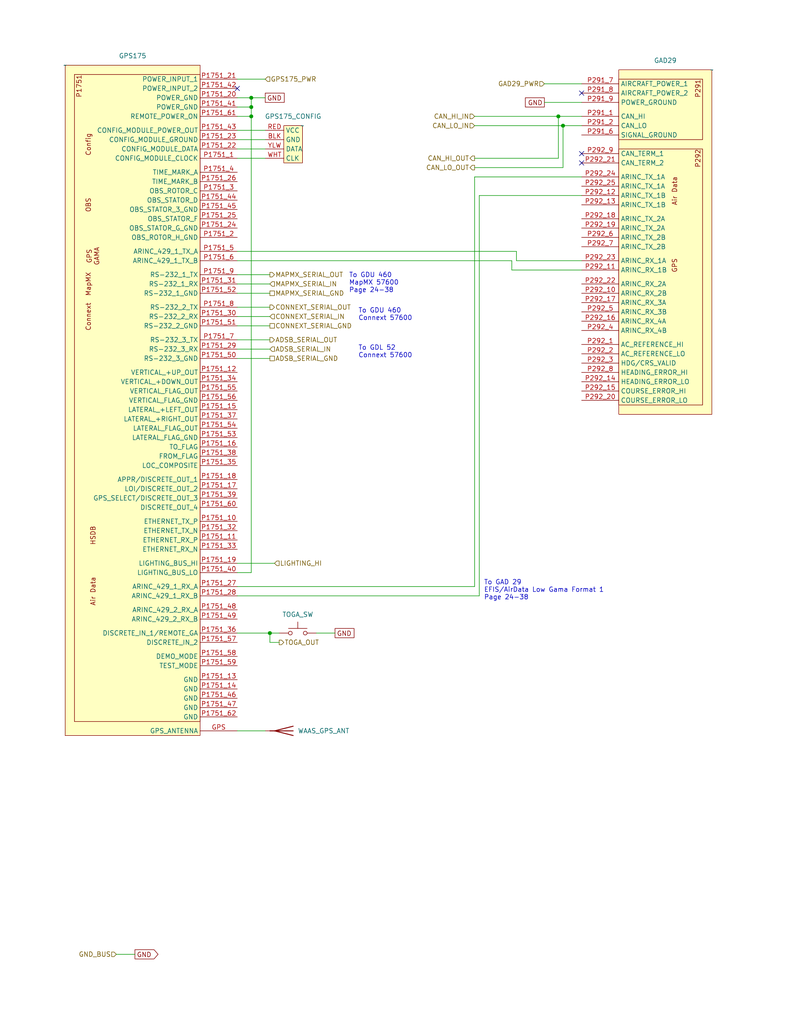
<source format=kicad_sch>
(kicad_sch (version 20230121) (generator eeschema)
  (paper "A" portrait)
  (title_block (date "2024-05-07") (rev "1.0") (company "N877RV"))
  (lib_symbols
    (symbol "Device:Antenna" (pin_numbers hide) (pin_names (offset 1.016) hide)
      (property "Reference" "AE" (at -1.905 1.905 0))
      (property "Value" "Antenna" (at -1.905 0 0))
      (symbol "Antenna_0_1"
        (polyline (pts (xy 0 2.54) (xy 0 -3.81)) (stroke (width 0.254)))
        (polyline (pts (xy 1.27 2.54) (xy 0 -2.54) (xy -1.27 2.54)) (stroke (width 0.254)))
      )
      (symbol "Antenna_1_1"
        (pin input line (at 0 -5.08 90) (length 2.54) (name "A") (number "1"))
      )
    )
    (symbol "Switch:SW_Push" (pin_numbers hide) (pin_names (offset 1.016) hide)
      (property "Reference" "SW" (at 1.27 2.54 0))
      (property "Value" "SW_Push" (at 0 -1.524 0))
      (symbol "SW_Push_0_1"
        (circle (center -2.032 0) (radius 0.508))
        (polyline (pts (xy 0 1.27) (xy 0 3.048)))
        (polyline (pts (xy 2.54 1.27) (xy -2.54 1.27)))
        (circle (center 2.032 0) (radius 0.508))
        (pin passive line (at -5.08 0 0) (length 2.54) (name "1") (number "1"))
        (pin passive line (at 5.08 0 180) (length 2.54) (name "2") (number "2"))
      )
    )
    (symbol "flyerx:Garmin_Config"
      (property "Reference" "CONFIG" (at 3.81 1.27 0))
      (symbol "Garmin_Config_1_1"
        (rectangle (start 0 0) (end 5.08 -10.16) (fill (type background)))
        (pin passive line (at 10.16 -3.81 180) (length 5.08) (name "GND") (number "BLK"))
        (pin power_in line (at 10.16 -1.27 180) (length 5.08) (name "VCC") (number "RED"))
        (pin input line (at 10.16 -8.89 180) (length 5.08) (name "CLK") (number "WHT"))
        (pin bidirectional line (at 10.16 -6.35 180) (length 5.08) (name "DATA") (number "YLW"))
      )
    )
    (symbol "flyerx:Garmin_GAD29"
      (property "Reference" "GAD" (at 3.81 1.27 0))
      (symbol "Garmin_GAD29_1_1"
        (rectangle (start 0 0) (end 25.4 -93.98) (fill (type background)))
        (rectangle (start 2.54 -21.59) (end 25.4 -91.44) (fill (type background)))
        (rectangle (start 2.54 -2.54) (end 25.4 -19.05) (fill (type background)))
        (text "Air Data" (at 10.16 -33.02 900) (effects (font (size 1.27 1.27))))
        (text "GPS" (at 10.16 -53.34 900) (effects (font (size 1.27 1.27))))
        (text "P291" (at 3.81 -2.54 900) (effects (font (size 1.27 1.27)) (justify right)))
        (text "P292" (at 3.81 -21.59 900) (effects (font (size 1.27 1.27)) (justify right)))
        (pin bidirectional line (at 35.56 -12.7 180) (length 10.16) (name "CAN_HI") (number "P291_1"))
        (pin bidirectional line (at 35.56 -15.24 180) (length 10.16) (name "CAN_LO") (number "P291_2"))
        (pin passive line (at 35.56 -17.78 180) (length 10.16) (name "SIGNAL_GROUND") (number "P291_6"))
        (pin power_in line (at 35.56 -3.81 180) (length 10.16) (name "AIRCRAFT_POWER_1") (number "P291_7"))
        (pin power_in line (at 35.56 -6.35 180) (length 10.16) (name "AIRCRAFT_POWER_2") (number "P291_8"))
        (pin passive line (at 35.56 -8.89 180) (length 10.16) (name "POWER_GROUND") (number "P291_9"))
        (pin input line (at 35.56 -74.93 180) (length 10.16) (name "AC_REFERENCE_HI") (number "P292_1"))
        (pin input line (at 35.56 -60.96 180) (length 10.16) (name "ARINC_RX_2B") (number "P292_10"))
        (pin input line (at 35.56 -54.61 180) (length 10.16) (name "ARINC_RX_1B") (number "P292_11"))
        (pin output line (at 35.56 -34.29 180) (length 10.16) (name "ARINC_TX_1B") (number "P292_12"))
        (pin output line (at 35.56 -36.83 180) (length 10.16) (name "ARINC_TX_1B") (number "P292_13"))
        (pin passive line (at 35.56 -85.09 180) (length 10.16) (name "HEADING_ERROR_LO") (number "P292_14"))
        (pin output line (at 35.56 -87.63 180) (length 10.16) (name "COURSE_ERROR_HI") (number "P292_15"))
        (pin input line (at 35.56 -68.58 180) (length 10.16) (name "ARINC_RX_4A") (number "P292_16"))
        (pin input line (at 35.56 -63.5 180) (length 10.16) (name "ARINC_RX_3A") (number "P292_17"))
        (pin output line (at 35.56 -40.64 180) (length 10.16) (name "ARINC_TX_2A") (number "P292_18"))
        (pin output line (at 35.56 -43.18 180) (length 10.16) (name "ARINC_TX_2A") (number "P292_19"))
        (pin passive line (at 35.56 -77.47 180) (length 10.16) (name "AC_REFERENCE_LO") (number "P292_2"))
        (pin passive line (at 35.56 -90.17 180) (length 10.16) (name "COURSE_ERROR_LO") (number "P292_20"))
        (pin bidirectional line (at 35.56 -25.4 180) (length 10.16) (name "CAN_TERM_2") (number "P292_21"))
        (pin input line (at 35.56 -58.42 180) (length 10.16) (name "ARINC_RX_2A") (number "P292_22"))
        (pin input line (at 35.56 -52.07 180) (length 10.16) (name "ARINC_RX_1A") (number "P292_23"))
        (pin output line (at 35.56 -29.21 180) (length 10.16) (name "ARINC_TX_1A") (number "P292_24"))
        (pin output line (at 35.56 -31.75 180) (length 10.16) (name "ARINC_TX_1A") (number "P292_25"))
        (pin output line (at 35.56 -80.01 180) (length 10.16) (name "HDG/CRS_VALID") (number "P292_3"))
        (pin input line (at 35.56 -71.12 180) (length 10.16) (name "ARINC_RX_4B") (number "P292_4"))
        (pin input line (at 35.56 -66.04 180) (length 10.16) (name "ARINC_RX_3B") (number "P292_5"))
        (pin output line (at 35.56 -45.72 180) (length 10.16) (name "ARINC_TX_2B") (number "P292_6"))
        (pin output line (at 35.56 -48.26 180) (length 10.16) (name "ARINC_TX_2B") (number "P292_7"))
        (pin output line (at 35.56 -82.55 180) (length 10.16) (name "HEADING_ERROR_HI") (number "P292_8"))
        (pin bidirectional line (at 35.56 -22.86 180) (length 10.16) (name "CAN_TERM_1") (number "P292_9"))
      )
    )
    (symbol "flyerx:Garmin_GPS175"
      (property "Reference" "GPS" (at 3.81 1.27 0))
      (symbol "Garmin_GPS175_1_1"
        (rectangle (start 0 0) (end 36.83 -182.88) (fill (type background)))
        (rectangle (start 2.54 -2.54) (end 36.83 -179.07) (fill (type background)))
        (text "Air Data" (at 7.62 -143.51 900) (effects (font (size 1.27 1.27))))
        (text "Config" (at 6.35 -21.59 900) (effects (font (size 1.27 1.27))))
        (text "Connext" (at 6.35 -68.58 900) (effects (font (size 1.27 1.27))))
        (text "GPS\nGAMA" (at 7.62 -52.07 900) (effects (font (size 1.27 1.27))))
        (text "HSDB" (at 7.62 -128.27 900) (effects (font (size 1.27 1.27))))
        (text "MapMX" (at 6.35 -59.69 900) (effects (font (size 1.27 1.27))))
        (text "OBS" (at 6.35 -38.1 900) (effects (font (size 1.27 1.27))))
        (text "P1751" (at 3.81 -2.54 900) (effects (font (size 1.27 1.27)) (justify right)))
        (pin input line (at 46.99 -181.61 180) (length 10.16) (name "GPS_ANTENNA") (number "GPS"))
        (pin output line (at 46.99 -25.4 180) (length 10.16) (name "CONFIG_MODULE_CLOCK") (number "P1751_1"))
        (pin output line (at 46.99 -124.46 180) (length 10.16) (name "ETHERNET_TX_P") (number "P1751_10"))
        (pin input line (at 46.99 -129.54 180) (length 10.16) (name "ETHERNET_RX_P") (number "P1751_11"))
        (pin output line (at 46.99 -83.82 180) (length 10.16) (name "VERTICAL_+UP_OUT") (number "P1751_12"))
        (pin passive line (at 46.99 -167.64 180) (length 10.16) (name "GND") (number "P1751_13"))
        (pin passive line (at 46.99 -170.18 180) (length 10.16) (name "GND") (number "P1751_14"))
        (pin output line (at 46.99 -93.98 180) (length 10.16) (name "LATERAL_+LEFT_OUT") (number "P1751_15"))
        (pin output line (at 46.99 -104.14 180) (length 10.16) (name "TO_FLAG") (number "P1751_16"))
        (pin output line (at 46.99 -115.57 180) (length 10.16) (name "LOI/DISCRETE_OUT_2") (number "P1751_17"))
        (pin output line (at 46.99 -113.03 180) (length 10.16) (name "APPR/DISCRETE_OUT_1") (number "P1751_18"))
        (pin input line (at 46.99 -135.89 180) (length 10.16) (name "LIGHTING_BUS_HI") (number "P1751_19"))
        (pin passive line (at 46.99 -46.99 180) (length 10.16) (name "OBS_ROTOR_H_GND") (number "P1751_2"))
        (pin passive line (at 46.99 -8.89 180) (length 10.16) (name "POWER_GND") (number "P1751_20"))
        (pin power_in line (at 46.99 -3.81 180) (length 10.16) (name "POWER_INPUT_1") (number "P1751_21"))
        (pin bidirectional line (at 46.99 -22.86 180) (length 10.16) (name "CONFIG_MODULE_DATA") (number "P1751_22"))
        (pin passive line (at 46.99 -20.32 180) (length 10.16) (name "CONFIG_MODULE_GROUND") (number "P1751_23"))
        (pin passive line (at 46.99 -44.45 180) (length 10.16) (name "OBS_STATOR_G_GND") (number "P1751_24"))
        (pin bidirectional line (at 46.99 -41.91 180) (length 10.16) (name "OBS_STATOR_F") (number "P1751_25"))
        (pin bidirectional line (at 46.99 -31.75 180) (length 10.16) (name "TIME_MARK_B") (number "P1751_26"))
        (pin input line (at 46.99 -142.24 180) (length 10.16) (name "ARINC_429_1_RX_A") (number "P1751_27"))
        (pin input line (at 46.99 -144.78 180) (length 10.16) (name "ARINC_429_1_RX_B") (number "P1751_28"))
        (pin input line (at 46.99 -77.47 180) (length 10.16) (name "RS-232_3_RX") (number "P1751_29"))
        (pin bidirectional line (at 46.99 -34.29 180) (length 10.16) (name "OBS_ROTOR_C") (number "P1751_3"))
        (pin input line (at 46.99 -68.58 180) (length 10.16) (name "RS-232_2_RX") (number "P1751_30"))
        (pin input line (at 46.99 -59.69 180) (length 10.16) (name "RS-232_1_RX") (number "P1751_31"))
        (pin output line (at 46.99 -127 180) (length 10.16) (name "ETHERNET_TX_N") (number "P1751_32"))
        (pin input line (at 46.99 -132.08 180) (length 10.16) (name "ETHERNET_RX_N") (number "P1751_33"))
        (pin output line (at 46.99 -86.36 180) (length 10.16) (name "VERTICAL_+DOWN_OUT") (number "P1751_34"))
        (pin output line (at 46.99 -109.22 180) (length 10.16) (name "LOC_COMPOSITE") (number "P1751_35"))
        (pin input line (at 46.99 -154.94 180) (length 10.16) (name "DISCRETE_IN_1/REMOTE_GA") (number "P1751_36"))
        (pin output line (at 46.99 -96.52 180) (length 10.16) (name "LATERAL_+RIGHT_OUT") (number "P1751_37"))
        (pin output line (at 46.99 -106.68 180) (length 10.16) (name "FROM_FLAG") (number "P1751_38"))
        (pin output line (at 46.99 -118.11 180) (length 10.16) (name "GPS_SELECT/DISCRETE_OUT_3") (number "P1751_39"))
        (pin bidirectional line (at 46.99 -29.21 180) (length 10.16) (name "TIME_MARK_A") (number "P1751_4"))
        (pin bidirectional line (at 46.99 -138.43 180) (length 10.16) (name "LIGHTING_BUS_LO") (number "P1751_40"))
        (pin passive line (at 46.99 -11.43 180) (length 10.16) (name "POWER_GND") (number "P1751_41"))
        (pin power_in line (at 46.99 -6.35 180) (length 10.16) (name "POWER_INPUT_2") (number "P1751_42"))
        (pin power_out line (at 46.99 -17.78 180) (length 10.16) (name "CONFIG_MODULE_POWER_OUT") (number "P1751_43"))
        (pin bidirectional line (at 46.99 -36.83 180) (length 10.16) (name "OBS_STATOR_D") (number "P1751_44"))
        (pin passive line (at 46.99 -39.37 180) (length 10.16) (name "OBS_STATOR_3_GND") (number "P1751_45"))
        (pin passive line (at 46.99 -172.72 180) (length 10.16) (name "GND") (number "P1751_46"))
        (pin passive line (at 46.99 -175.26 180) (length 10.16) (name "GND") (number "P1751_47"))
        (pin input line (at 46.99 -148.59 180) (length 10.16) (name "ARINC_429_2_RX_A") (number "P1751_48"))
        (pin input line (at 46.99 -151.13 180) (length 10.16) (name "ARINC_429_2_RX_B") (number "P1751_49"))
        (pin output line (at 46.99 -50.8 180) (length 10.16) (name "ARINC_429_1_TX_A") (number "P1751_5"))
        (pin passive line (at 46.99 -80.01 180) (length 10.16) (name "RS-232_3_GND") (number "P1751_50"))
        (pin passive line (at 46.99 -71.12 180) (length 10.16) (name "RS-232_2_GND") (number "P1751_51"))
        (pin passive line (at 46.99 -62.23 180) (length 10.16) (name "RS-232_1_GND") (number "P1751_52"))
        (pin passive line (at 46.99 -101.6 180) (length 10.16) (name "LATERAL_FLAG_GND") (number "P1751_53"))
        (pin output line (at 46.99 -99.06 180) (length 10.16) (name "LATERAL_FLAG_OUT") (number "P1751_54"))
        (pin output line (at 46.99 -88.9 180) (length 10.16) (name "VERTICAL_FLAG_OUT") (number "P1751_55"))
        (pin passive line (at 46.99 -91.44 180) (length 10.16) (name "VERTICAL_FLAG_GND") (number "P1751_56"))
        (pin input line (at 46.99 -157.48 180) (length 10.16) (name "DISCRETE_IN_2") (number "P1751_57"))
        (pin input line (at 46.99 -161.29 180) (length 10.16) (name "DEMO_MODE") (number "P1751_58"))
        (pin input line (at 46.99 -163.83 180) (length 10.16) (name "TEST_MODE") (number "P1751_59"))
        (pin output line (at 46.99 -53.34 180) (length 10.16) (name "ARINC_429_1_TX_B") (number "P1751_6"))
        (pin output line (at 46.99 -120.65 180) (length 10.16) (name "DISCRETE_OUT_4") (number "P1751_60"))
        (pin input line (at 46.99 -13.97 180) (length 10.16) (name "REMOTE_POWER_ON") (number "P1751_61"))
        (pin passive line (at 46.99 -177.8 180) (length 10.16) (name "GND") (number "P1751_62"))
        (pin output line (at 46.99 -74.93 180) (length 10.16) (name "RS-232_3_TX") (number "P1751_7"))
        (pin output line (at 46.99 -66.04 180) (length 10.16) (name "RS-232_2_TX") (number "P1751_8"))
        (pin output line (at 46.99 -57.15 180) (length 10.16) (name "RS-232_1_TX") (number "P1751_9"))
      )
    )
  )
  (junction (at 68.58 31.75))
  (junction (at 152.4 31.75))
  (junction (at 153.67 34.29))
  (junction (at 73.66 172.72))
  (junction (at 68.58 26.67))
  (junction (at 68.58 29.21))
  (no_connect (at 158.75 25.4))
  (no_connect (at 64.77 24.13))
  (no_connect (at 158.75 44.45))
  (no_connect (at 158.75 41.91))
  (wire (pts (xy 139.7 71.12) (xy 139.7 73.66)))
  (wire (pts (xy 64.77 40.64) (xy 72.39 40.64)))
  (wire (pts (xy 139.7 73.66) (xy 158.75 73.66)))
  (wire (pts (xy 64.77 172.72) (xy 73.66 172.72)))
  (wire (pts (xy 64.77 156.21) (xy 68.58 156.21)))
  (wire (pts (xy 64.77 97.79) (xy 73.66 97.79)))
  (wire (pts (xy 68.58 26.67) (xy 72.39 26.67)))
  (wire (pts (xy 64.77 83.82) (xy 73.66 83.82)))
  (wire (pts (xy 64.77 153.67) (xy 74.93 153.67)))
  (wire (pts (xy 130.81 53.34) (xy 158.75 53.34)))
  (wire (pts (xy 73.66 172.72) (xy 76.2 172.72)))
  (wire (pts (xy 130.81 162.56) (xy 130.81 53.34)))
  (wire (pts (xy 129.54 43.18) (xy 152.4 43.18)))
  (wire (pts (xy 31.75 260.35) (xy 36.83 260.35)))
  (wire (pts (xy 129.54 160.02) (xy 129.54 48.26)))
  (wire (pts (xy 64.77 77.47) (xy 73.66 77.47)))
  (wire (pts (xy 64.77 71.12) (xy 139.7 71.12)))
  (wire (pts (xy 68.58 156.21) (xy 68.58 31.75)))
  (wire (pts (xy 64.77 68.58) (xy 140.97 68.58)))
  (wire (pts (xy 64.77 95.25) (xy 73.66 95.25)))
  (wire (pts (xy 153.67 34.29) (xy 158.75 34.29)))
  (wire (pts (xy 64.77 162.56) (xy 130.81 162.56)))
  (wire (pts (xy 140.97 71.12) (xy 158.75 71.12)))
  (wire (pts (xy 64.77 35.56) (xy 72.39 35.56)))
  (wire (pts (xy 129.54 31.75) (xy 152.4 31.75)))
  (wire (pts (xy 64.77 86.36) (xy 73.66 86.36)))
  (wire (pts (xy 129.54 45.72) (xy 153.67 45.72)))
  (wire (pts (xy 64.77 21.59) (xy 72.39 21.59)))
  (wire (pts (xy 152.4 31.75) (xy 158.75 31.75)))
  (wire (pts (xy 64.77 80.01) (xy 73.66 80.01)))
  (wire (pts (xy 68.58 29.21) (xy 68.58 26.67)))
  (wire (pts (xy 152.4 43.18) (xy 152.4 31.75)))
  (wire (pts (xy 73.66 175.26) (xy 73.66 172.72)))
  (wire (pts (xy 64.77 74.93) (xy 73.66 74.93)))
  (wire (pts (xy 86.36 172.72) (xy 91.44 172.72)))
  (wire (pts (xy 140.97 68.58) (xy 140.97 71.12)))
  (wire (pts (xy 64.77 160.02) (xy 129.54 160.02)))
  (wire (pts (xy 64.77 92.71) (xy 73.66 92.71)))
  (wire (pts (xy 129.54 34.29) (xy 153.67 34.29)))
  (wire (pts (xy 153.67 45.72) (xy 153.67 34.29)))
  (wire (pts (xy 64.77 43.18) (xy 72.39 43.18)))
  (wire (pts (xy 64.77 31.75) (xy 68.58 31.75)))
  (wire (pts (xy 64.77 38.1) (xy 72.39 38.1)))
  (wire (pts (xy 129.54 48.26) (xy 158.75 48.26)))
  (wire (pts (xy 76.2 175.26) (xy 73.66 175.26)))
  (wire (pts (xy 64.77 29.21) (xy 68.58 29.21)))
  (wire (pts (xy 148.59 27.94) (xy 158.75 27.94)))
  (wire (pts (xy 64.77 88.9) (xy 73.66 88.9)))
  (wire (pts (xy 148.59 22.86) (xy 158.75 22.86)))
  (wire (pts (xy 64.77 26.67) (xy 68.58 26.67)))
  (wire (pts (xy 64.77 199.39) (xy 72.39 199.39)))
  (wire (pts (xy 68.58 31.75) (xy 68.58 29.21)))
  (text "To GDU 460\nMapMX 57600\nPage 24-38" (at 95.25 80.01 0) (effects (font (size 1.27 1.27)) (justify left bottom)))
  (text "To GDU 460\nConnext 57600" (at 97.79 87.63 0) (effects (font (size 1.27 1.27)) (justify left bottom)))
  (text "To GDL 52\nConnext 57600" (at 97.79 97.79 0) (effects (font (size 1.27 1.27)) (justify left bottom)))
  (text "To GAD 29\nEFIS/AirData Low Gama Format 1\nPage 24-38" (at 132.08 163.83 0) (effects (font (size 1.27 1.27)) (justify left bottom)))
  (global_label "GND" (shape passive) (at 72.39 26.67 0) (property "Intersheetrefs" "${INTERSHEET_REFS}" (effects hide)))
  (global_label "GND" (shape output) (at 36.83 260.35 0) (property "Intersheetrefs" "${INTERSHEET_REFS}" (effects hide)))
  (global_label "GND" (shape passive) (at 91.44 172.72 0) (property "Intersheetrefs" "${INTERSHEET_REFS}" (effects hide)))
  (global_label "GND" (shape passive) (at 148.59 27.94 180) (property "Intersheetrefs" "${INTERSHEET_REFS}" (effects hide)))
  (hierarchical_label "GND_BUS" (shape input) (at 31.75 260.35 180))
  (hierarchical_label "ADSB_SERIAL_GND" (shape passive) (at 73.66 97.79 0))
  (hierarchical_label "CONNEXT_SERIAL_OUT" (shape output) (at 73.66 83.82 0))
  (hierarchical_label "CAN_LO_OUT" (shape output) (at 129.54 45.72 180))
  (hierarchical_label "CAN_HI_OUT" (shape output) (at 129.54 43.18 180))
  (hierarchical_label "ADSB_SERIAL_OUT" (shape output) (at 73.66 92.71 0))
  (hierarchical_label "ADSB_SERIAL_IN" (shape input) (at 73.66 95.25 0))
  (hierarchical_label "GPS175_PWR" (shape input) (at 72.39 21.59 0))
  (hierarchical_label "CONNEXT_SERIAL_GND" (shape passive) (at 73.66 88.9 0))
  (hierarchical_label "GAD29_PWR" (shape input) (at 148.59 22.86 180))
  (hierarchical_label "MAPMX_SERIAL_OUT" (shape output) (at 73.66 74.93 0))
  (hierarchical_label "LIGHTING_HI" (shape input) (at 74.93 153.67 0))
  (hierarchical_label "CAN_LO_IN" (shape input) (at 129.54 34.29 180))
  (hierarchical_label "MAPMX_SERIAL_GND" (shape passive) (at 73.66 80.01 0))
  (hierarchical_label "CAN_HI_IN" (shape input) (at 129.54 31.75 180))
  (hierarchical_label "CONNEXT_SERIAL_IN" (shape input) (at 73.66 86.36 0))
  (hierarchical_label "MAPMX_SERIAL_IN" (shape input) (at 73.66 77.47 0))
  (hierarchical_label "TOGA_OUT" (shape output) (at 76.2 175.26 0))
  (symbol (lib_id "flyerx:Garmin_Config") (at 82.55 34.29 0) (mirror y) (unit 1)
    (property "Reference" "GPS175_CONFIG" (at 80.01 31.75 0))
    (property "Value" "~" (at 82.55 34.29 0))
  )
  (symbol (lib_id "Device:Antenna") (at 77.47 199.39 270) (unit 1)
    (property "Reference" "WAAS_GPS_ANT" (at 81.28 199.39 90) (effects (justify left)))
    (property "Value" "Antenna" (effects hide))
  )
  (symbol (lib_id "flyerx:Garmin_GAD29") (at 194.31 19.05 0) (mirror y) (unit 1)
    (property "Reference" "GAD29" (at 181.61 16.51 0))
    (property "Value" "~" (at 194.31 19.05 0))
  )
  (symbol (lib_id "flyerx:Garmin_GPS175") (at 17.78 17.78 0) (unit 1)
    (property "Reference" "GPS175" (at 36.195 15.24 0))
    (property "Value" "~" (at 17.78 17.78 0))
  )
  (symbol (lib_id "Switch:SW_Push") (at 81.28 172.72 0) (unit 1)
    (property "Reference" "TOGA_SW" (at 81.28 167.64 0))
    (property "Value" "SW_Push" (effects hide))
  )
)
</source>
